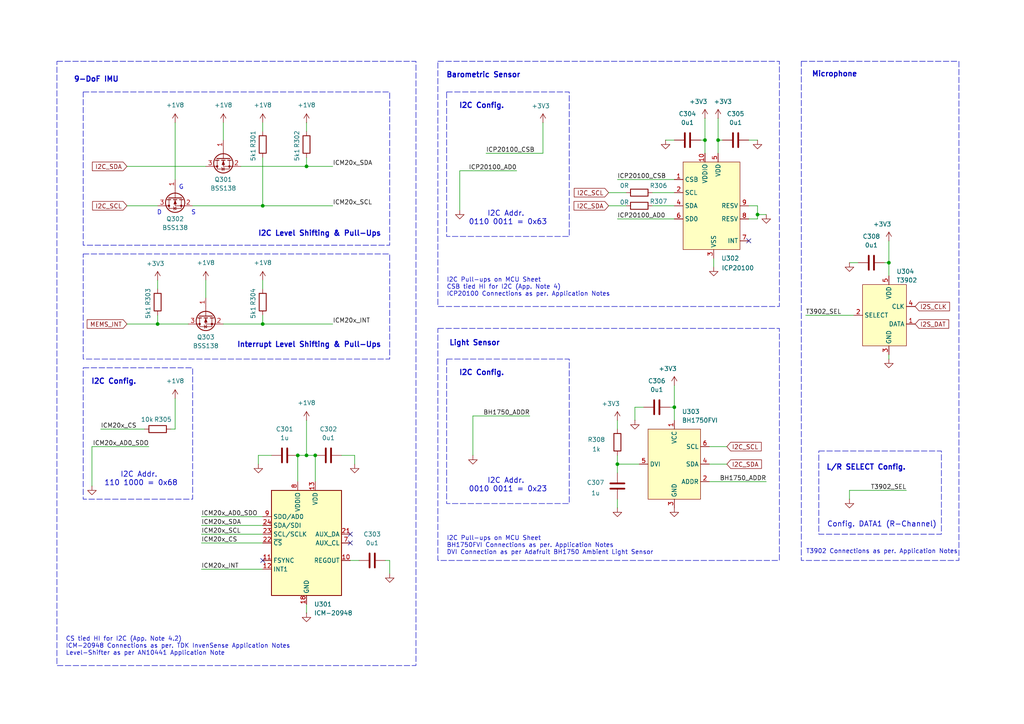
<source format=kicad_sch>
(kicad_sch (version 20231120) (generator "eeschema") (generator_version "8.0")
  (paper "A4")
  (title_block (title "POCKETMUSEUM EDU V0") (date "2025-08-18") (rev "2") (company "Bucharest Applied STEAM Museum") (comment 1 "Added MIC & LIGHT Sensor"))
  (lib_symbols
    (symbol "BH1750:BH1750FVI"
      (property "Reference" "U" (at -6.35 0 0))
      (symbol "BH1750FVI_1_1"
        (rectangle (start -13.97 10.16) (end 1.27 -10.16) (fill (type background)))
        (pin power_in line (at -6.35 12.7 270) (length 2.54) (name "VCC") (number "1"))
        (pin bidirectional line (at 3.81 -5.08 180) (length 2.54) (name "ADDR") (number "2"))
        (pin power_in line (at -6.35 -12.7 90) (length 2.54) (name "GND") (number "3"))
        (pin bidirectional line (at 3.81 0 180) (length 2.54) (name "SDA") (number "4"))
        (pin bidirectional line (at -16.51 0 0) (length 2.54) (name "DVI") (number "5"))
        (pin bidirectional line (at 3.81 5.08 180) (length 2.54) (name "SCL") (number "6"))
      )
    )
    (symbol "BH1750:T3902"
      (property "Reference" "U" (at -3.556 4.064 0))
      (symbol "T3902_1_1"
        (rectangle (start -6.35 8.89) (end 6.35 -8.89) (fill (type background)))
        (pin bidirectional line (at 8.89 -2.54 180) (length 2.54) (name "DATA") (number "1"))
        (pin bidirectional line (at -8.89 0 0) (length 2.54) (name "SELECT") (number "2"))
        (pin power_in line (at 1.27 -11.43 90) (length 2.54) (name "GND") (number "3"))
        (pin bidirectional line (at 8.89 2.54 180) (length 2.54) (name "CLK") (number "4"))
        (pin power_in line (at 1.27 11.43 270) (length 2.54) (name "VDD") (number "5"))
      )
    )
    (symbol "Device:C" (pin_numbers hide) (pin_names (offset 0.254))
      (property "Reference" "C" (at 0.635 2.54 0))
      (property "Value" "C" (at 0.635 -2.54 0))
      (symbol "C_0_1"
        (polyline (pts (xy -2.032 -0.762) (xy 2.032 -0.762)) (stroke (width 0.508)))
        (polyline (pts (xy -2.032 0.762) (xy 2.032 0.762)) (stroke (width 0.508)))
      )
      (symbol "C_1_1"
        (pin passive line (at 0 3.81 270) (length 2.794) (name "~") (number "1"))
        (pin passive line (at 0 -3.81 90) (length 2.794) (name "~") (number "2"))
      )
    )
    (symbol "Device:R" (pin_numbers hide) (pin_names (offset 0))
      (property "Reference" "R" (at 2.032 0 90))
      (property "Value" "R" (at 0 0 90))
      (symbol "R_0_1"
        (rectangle (start -1.016 -2.54) (end 1.016 2.54) (stroke (width 0.254)))
      )
      (symbol "R_1_1"
        (pin passive line (at 0 3.81 270) (length 1.27) (name "~") (number "1"))
        (pin passive line (at 0 -3.81 90) (length 1.27) (name "~") (number "2"))
      )
    )
    (symbol "Sensor_Motion:ICM-20948"
      (property "Reference" "U" (at -11.43 16.51 0))
      (property "Value" "ICM-20948" (at 7.62 -16.51 0))
      (symbol "ICM-20948_0_1"
        (rectangle (start -10.16 15.24) (end 10.16 -15.24) (stroke (width 0.254)) (fill (type background)))
      )
      (symbol "ICM-20948_1_1"
        (pin no_connect line (at -10.16 12.7 0) (length 2.54) hide (name "NC") (number "1"))
        (pin passive line (at 12.7 -5.08 180) (length 2.54) (name "REGOUT") (number "10"))
        (pin input line (at -12.7 -5.08 0) (length 2.54) (name "FSYNC") (number "11"))
        (pin output line (at -12.7 -7.62 0) (length 2.54) (name "INT1") (number "12"))
        (pin power_in line (at 2.54 17.78 270) (length 2.54) (name "VDD") (number "13"))
        (pin no_connect line (at 10.16 7.62 180) (length 2.54) hide (name "NC") (number "14"))
        (pin no_connect line (at 10.16 5.08 180) (length 2.54) hide (name "NC") (number "15"))
        (pin no_connect line (at 10.16 -7.62 180) (length 2.54) hide (name "NC") (number "16"))
        (pin no_connect line (at 10.16 -10.16 180) (length 2.54) hide (name "NC") (number "17"))
        (pin power_in line (at 0 -17.78 90) (length 2.54) (name "GND") (number "18"))
        (pin no_connect line (at 10.16 -12.7 180) (length 2.54) hide (name "RESV") (number "19"))
        (pin no_connect line (at -10.16 10.16 0) (length 2.54) hide (name "NC") (number "2"))
        (pin passive line (at 0 -17.78 90) (length 2.54) hide (name "GND") (number "20"))
        (pin bidirectional line (at 12.7 2.54 180) (length 2.54) (name "AUX_DA") (number "21"))
        (pin input line (at -12.7 0 0) (length 2.54) (name "~{CS}") (number "22"))
        (pin input line (at -12.7 2.54 0) (length 2.54) (name "SCL/SCLK") (number "23"))
        (pin bidirectional line (at -12.7 5.08 0) (length 2.54) (name "SDA/SDI") (number "24"))
        (pin no_connect line (at -10.16 -2.54 0) (length 2.54) hide (name "NC") (number "3"))
        (pin no_connect line (at -10.16 -10.16 0) (length 2.54) hide (name "NC") (number "4"))
        (pin no_connect line (at -10.16 -12.7 0) (length 2.54) hide (name "NC") (number "5"))
        (pin no_connect line (at 10.16 10.16 180) (length 2.54) hide (name "NC") (number "6"))
        (pin output line (at 12.7 0 180) (length 2.54) (name "AUX_CL") (number "7"))
        (pin power_in line (at -2.54 17.78 270) (length 2.54) (name "VDDIO") (number "8"))
        (pin bidirectional line (at -12.7 7.62 0) (length 2.54) (name "SDO/AD0") (number "9"))
      )
    )
    (symbol "TDK:ICP-20100"
      (property "Reference" "U" (at 0 0 0))
      (symbol "ICP-20100_1_1"
        (rectangle (start -20.32 -2.54) (end -3.81 -27.94) (fill (type background)))
        (pin bidirectional line (at -22.86 -7.62 0) (length 2.54) (name "CSB") (number "1"))
        (pin power_in line (at -13.97 0 270) (length 2.54) (name "VDDIO") (number "10"))
        (pin bidirectional line (at -22.86 -11.43 0) (length 2.54) (name "SCL") (number "2"))
        (pin power_in line (at -11.43 -30.48 90) (length 2.54) (name "VSS") (number "3"))
        (pin bidirectional line (at -22.86 -15.24 0) (length 2.54) (name "SDA") (number "4"))
        (pin power_in line (at -10.16 0 270) (length 2.54) (name "VDD") (number "5"))
        (pin bidirectional line (at -22.86 -19.05 0) (length 2.54) (name "SD0") (number "6"))
        (pin output line (at -1.27 -25.4 180) (length 2.54) (name "INT") (number "7"))
        (pin power_in line (at -1.27 -19.05 180) (length 2.54) (name "RESV") (number "8"))
        (pin power_in line (at -1.27 -15.24 180) (length 2.54) (name "RESV") (number "9"))
      )
    )
    (symbol "Transistor_FET:BSS138" (pin_names hide)
      (property "Reference" "Q" (at 5.08 1.905 0))
      (property "Value" "BSS138" (at 5.08 0 0))
      (symbol "BSS138_0_1"
        (polyline (pts (xy 0.254 0) (xy -2.54 0)))
        (polyline (pts (xy 0.254 1.905) (xy 0.254 -1.905)) (stroke (width 0.254)))
        (polyline (pts (xy 0.762 -1.27) (xy 0.762 -2.286)) (stroke (width 0.254)))
        (polyline (pts (xy 0.762 0.508) (xy 0.762 -0.508)) (stroke (width 0.254)))
        (polyline (pts (xy 0.762 2.286) (xy 0.762 1.27)) (stroke (width 0.254)))
        (polyline (pts (xy 2.54 2.54) (xy 2.54 1.778)))
        (polyline (pts (xy 2.54 -2.54) (xy 2.54 0) (xy 0.762 0)))
        (polyline (pts (xy 0.762 -1.778) (xy 3.302 -1.778) (xy 3.302 1.778) (xy 0.762 1.778)))
        (polyline (pts (xy 1.016 0) (xy 2.032 0.381) (xy 2.032 -0.381) (xy 1.016 0)) (fill (type outline)))
        (polyline (pts (xy 2.794 0.508) (xy 2.921 0.381) (xy 3.683 0.381) (xy 3.81 0.254)))
        (polyline (pts (xy 3.302 0.381) (xy 2.921 -0.254) (xy 3.683 -0.254) (xy 3.302 0.381)))
        (circle (center 1.651 0) (radius 2.794) (stroke (width 0.254)))
        (circle (center 2.54 -1.778) (radius 0.254) (fill (type outline)))
        (circle (center 2.54 1.778) (radius 0.254) (fill (type outline)))
      )
      (symbol "BSS138_1_1"
        (pin input line (at -5.08 0 0) (length 2.54) (name "G") (number "1"))
        (pin passive line (at 2.54 -5.08 90) (length 2.54) (name "S") (number "2"))
        (pin passive line (at 2.54 5.08 270) (length 2.54) (name "D") (number "3"))
      )
    )
    (symbol "power:+3.3V" (power) (pin_numbers hide) (pin_names (offset 0) hide)
      (property "Value" "+3.3V" (at 0 3.556 0))
      (symbol "+3.3V_0_1"
        (polyline (pts (xy -0.762 1.27) (xy 0 2.54)))
        (polyline (pts (xy 0 0) (xy 0 2.54)))
        (polyline (pts (xy 0 2.54) (xy 0.762 1.27)))
      )
      (symbol "+3.3V_1_1"
        (pin power_in line (at 0 0 90) (length 0) (name "~") (number "1"))
      )
    )
    (symbol "power:+5V" (power) (pin_numbers hide) (pin_names (offset 0) hide)
      (property "Value" "+5V" (at 0 3.556 0))
      (symbol "+5V_0_1"
        (polyline (pts (xy -0.762 1.27) (xy 0 2.54)))
        (polyline (pts (xy 0 0) (xy 0 2.54)))
        (polyline (pts (xy 0 2.54) (xy 0.762 1.27)))
      )
      (symbol "+5V_1_1"
        (pin power_in line (at 0 0 90) (length 0) (name "~") (number "1"))
      )
    )
    (symbol "power:GND" (power) (pin_numbers hide) (pin_names (offset 0) hide)
      (property "Value" "GND" (at 0 -3.81 0))
      (symbol "GND_0_1"
        (polyline (pts (xy 0 0) (xy 0 -1.27) (xy 1.27 -1.27) (xy 0 -2.54) (xy -1.27 -1.27) (xy 0 -1.27)))
      )
      (symbol "GND_1_1"
        (pin power_in line (at 0 0 270) (length 0) (name "~") (number "1"))
      )
    )
  )
  (junction (at 91.44 132.08))
  (junction (at 86.36 132.08))
  (junction (at 76.2 59.69))
  (junction (at 208.28 40.64))
  (junction (at 88.9 132.08))
  (junction (at 219.71 62.23))
  (junction (at 257.81 76.2))
  (junction (at 76.2 93.98))
  (junction (at 179.07 134.62))
  (junction (at 88.9 48.26))
  (junction (at 195.58 118.11))
  (junction (at 45.72 93.98))
  (junction (at 204.47 40.64))
  (no_connect (at 101.6 157.48))
  (no_connect (at 76.2 162.56))
  (no_connect (at 217.17 69.85))
  (no_connect (at 101.6 154.94))
  (wire (pts (xy 88.9 35.56) (xy 88.9 38.1)))
  (wire (pts (xy 50.8 35.56) (xy 50.8 52.07)))
  (wire (pts (xy 205.74 139.7) (xy 222.25 139.7)))
  (wire (pts (xy 189.23 59.69) (xy 195.58 59.69)))
  (wire (pts (xy 194.31 118.11) (xy 195.58 118.11)))
  (wire (pts (xy 58.42 154.94) (xy 76.2 154.94)))
  (wire (pts (xy 204.47 34.29) (xy 204.47 40.64)))
  (wire (pts (xy 137.16 120.65) (xy 137.16 132.08)))
  (wire (pts (xy 217.17 63.5) (xy 219.71 63.5)))
  (wire (pts (xy 208.28 40.64) (xy 209.55 40.64)))
  (wire (pts (xy 193.04 40.64) (xy 195.58 40.64)))
  (wire (pts (xy 76.2 81.28) (xy 76.2 83.82)))
  (wire (pts (xy 205.74 134.62) (xy 210.82 134.62)))
  (wire (pts (xy 189.23 55.88) (xy 195.58 55.88)))
  (wire (pts (xy 208.28 34.29) (xy 208.28 40.64)))
  (wire (pts (xy 88.9 45.72) (xy 88.9 48.26)))
  (wire (pts (xy 137.16 120.65) (xy 153.67 120.65)))
  (wire (pts (xy 91.44 132.08) (xy 91.44 139.7)))
  (wire (pts (xy 179.07 52.07) (xy 195.58 52.07)))
  (wire (pts (xy 45.72 91.44) (xy 45.72 93.98)))
  (wire (pts (xy 88.9 132.08) (xy 91.44 132.08)))
  (wire (pts (xy 74.93 134.62) (xy 74.93 132.08)))
  (wire (pts (xy 88.9 48.26) (xy 96.52 48.26)))
  (wire (pts (xy 59.69 81.28) (xy 59.69 86.36)))
  (wire (pts (xy 179.07 121.92) (xy 179.07 124.46)))
  (wire (pts (xy 184.15 118.11) (xy 186.69 118.11)))
  (wire (pts (xy 246.38 76.2) (xy 248.92 76.2)))
  (wire (pts (xy 76.2 59.69) (xy 96.52 59.69)))
  (wire (pts (xy 88.9 175.26) (xy 88.9 177.8)))
  (wire (pts (xy 55.88 59.69) (xy 76.2 59.69)))
  (wire (pts (xy 195.58 111.76) (xy 195.58 118.11)))
  (wire (pts (xy 257.81 69.85) (xy 257.81 76.2)))
  (wire (pts (xy 64.77 93.98) (xy 76.2 93.98)))
  (wire (pts (xy 184.15 118.11) (xy 184.15 121.92)))
  (wire (pts (xy 203.2 40.64) (xy 204.47 40.64)))
  (wire (pts (xy 76.2 91.44) (xy 76.2 93.98)))
  (wire (pts (xy 219.71 62.23) (xy 222.25 62.23)))
  (wire (pts (xy 64.77 35.56) (xy 64.77 40.64)))
  (wire (pts (xy 102.87 132.08) (xy 99.06 132.08)))
  (wire (pts (xy 36.83 48.26) (xy 59.69 48.26)))
  (wire (pts (xy 58.42 157.48) (xy 76.2 157.48)))
  (wire (pts (xy 101.6 162.56) (xy 104.14 162.56)))
  (wire (pts (xy 76.2 93.98) (xy 96.52 93.98)))
  (wire (pts (xy 69.85 48.26) (xy 88.9 48.26)))
  (wire (pts (xy 45.72 81.28) (xy 45.72 83.82)))
  (wire (pts (xy 45.72 93.98) (xy 54.61 93.98)))
  (wire (pts (xy 179.07 134.62) (xy 185.42 134.62)))
  (wire (pts (xy 113.03 162.56) (xy 111.76 162.56)))
  (wire (pts (xy 207.01 77.47) (xy 207.01 74.93)))
  (wire (pts (xy 205.74 129.54) (xy 210.82 129.54)))
  (wire (pts (xy 176.53 59.69) (xy 181.61 59.69)))
  (wire (pts (xy 179.07 144.78) (xy 179.07 147.32)))
  (wire (pts (xy 102.87 134.62) (xy 102.87 132.08)))
  (wire (pts (xy 195.58 118.11) (xy 195.58 121.92)))
  (wire (pts (xy 36.83 93.98) (xy 45.72 93.98)))
  (wire (pts (xy 49.53 124.46) (xy 50.8 124.46)))
  (wire (pts (xy 217.17 40.64) (xy 219.71 40.64)))
  (wire (pts (xy 88.9 121.92) (xy 88.9 132.08)))
  (wire (pts (xy 233.68 91.44) (xy 247.65 91.44)))
  (wire (pts (xy 257.81 76.2) (xy 257.81 80.01)))
  (wire (pts (xy 219.71 63.5) (xy 219.71 62.23)))
  (wire (pts (xy 208.28 40.64) (xy 208.28 44.45)))
  (wire (pts (xy 76.2 35.56) (xy 76.2 38.1)))
  (wire (pts (xy 176.53 55.88) (xy 181.61 55.88)))
  (wire (pts (xy 246.38 142.24) (xy 246.38 144.78)))
  (wire (pts (xy 76.2 152.4) (xy 58.42 152.4)))
  (wire (pts (xy 50.8 124.46) (xy 50.8 115.57)))
  (wire (pts (xy 36.83 59.69) (xy 45.72 59.69)))
  (wire (pts (xy 219.71 62.23) (xy 219.71 59.69)))
  (wire (pts (xy 58.42 149.86) (xy 76.2 149.86)))
  (wire (pts (xy 76.2 45.72) (xy 76.2 59.69)))
  (wire (pts (xy 219.71 59.69) (xy 217.17 59.69)))
  (wire (pts (xy 58.42 165.1) (xy 76.2 165.1)))
  (wire (pts (xy 179.07 132.08) (xy 179.07 134.62)))
  (wire (pts (xy 179.07 63.5) (xy 195.58 63.5)))
  (wire (pts (xy 133.35 49.53) (xy 133.35 60.96)))
  (wire (pts (xy 133.35 49.53) (xy 149.86 49.53)))
  (wire (pts (xy 256.54 76.2) (xy 257.81 76.2)))
  (wire (pts (xy 26.67 129.54) (xy 26.67 140.97)))
  (wire (pts (xy 41.91 124.46) (xy 29.21 124.46)))
  (wire (pts (xy 204.47 40.64) (xy 204.47 44.45)))
  (wire (pts (xy 157.48 44.45) (xy 140.97 44.45)))
  (wire (pts (xy 246.38 142.24) (xy 262.89 142.24)))
  (wire (pts (xy 26.67 129.54) (xy 43.18 129.54)))
  (wire (pts (xy 113.03 166.37) (xy 113.03 162.56)))
  (wire (pts (xy 157.48 44.45) (xy 157.48 35.56)))
  (wire (pts (xy 88.9 132.08) (xy 86.36 132.08)))
  (wire (pts (xy 179.07 134.62) (xy 179.07 137.16)))
  (wire (pts (xy 86.36 132.08) (xy 86.36 139.7)))
  (wire (pts (xy 257.81 102.87) (xy 257.81 104.14)))
  (wire (pts (xy 74.93 132.08) (xy 78.74 132.08)))
  (rectangle (start 232.41 17.78) (end 278.13 162.56) (stroke (width 0) (type dash)))
  (rectangle (start 16.51 17.78) (end 120.65 193.04) (stroke (width 0) (type dash)))
  (rectangle (start 24.13 73.66) (end 113.03 104.14) (stroke (width 0) (type dash)))
  (rectangle (start 129.54 104.14) (end 165.1 146.05) (stroke (width 0) (type dash)))
  (rectangle (start 127 95.25) (end 226.06 162.56) (stroke (width 0) (type dash)))
  (rectangle (start 129.54 26.67) (end 165.1 68.58) (stroke (width 0) (type dash)))
  (rectangle (start 237.49 130.81) (end 273.05 154.94) (stroke (width 0) (type dash)))
  (rectangle (start 24.13 26.67) (end 113.03 71.12) (stroke (width 0) (type dash)))
  (rectangle (start 127 17.78) (end 226.06 88.9) (stroke (width 0) (type dash)))
  (rectangle (start 24.13 106.68) (end 55.88 144.78) (stroke (width 0) (type dash)))
  (text "I2C Pull-ups on MCU Sheet\nBH1750FVI Connections as per. Application Notes\nDVI Connection as per Adafruit BH1750 Ambient Light Sensor" (at 129.54 158.242 0) (effects (font (size 1.27 1.27)) (justify left)))
  (text "I2C Pull-ups on MCU Sheet\nCSB tied HI for I2C (App. Note 4)\nICP20100 Connections as per. Application Notes" (at 129.54 83.312 0) (effects (font (size 1.27 1.27)) (justify left)))
  (text "T3902 Connections as per. Application Notes" (at 255.778 160.02 0) (effects (font (size 1.27 1.27))))
  (text "I2C Config." (at 139.7 30.734 0) (effects (font (size 1.524 1.524) (thickness 0.3048) (bold yes))))
  (text "G" (at 52.578 54.356 0) (effects (font (size 1.27 1.27))))
  (text "Microphone" (at 242.062 21.59 0) (effects (font (size 1.524 1.524) (thickness 0.3048) (bold yes))))
  (text "I2C Addr. \n0110 0011 = 0x63" (at 147.32 63.246 0) (effects (font (size 1.524 1.524) (thickness 0.1905))))
  (text "I2C Addr. \n110 1000 = 0x68" (at 40.894 138.938 0) (effects (font (size 1.524 1.524) (thickness 0.1905))))
  (text "I2C Addr. \n0010 0011 = 0x23" (at 147.32 140.716 0) (effects (font (size 1.524 1.524) (thickness 0.1905))))
  (text "9-DoF IMU" (at 27.94 23.114 0) (effects (font (size 1.524 1.524) (thickness 0.3048) (bold yes))))
  (text "Config. DATA1 (R-Channel)" (at 255.778 152.146 0) (effects (font (size 1.524 1.524) (thickness 0.1905))))
  (text "Light Sensor" (at 137.668 99.568 0) (effects (font (size 1.524 1.524) (thickness 0.3048) (bold yes))))
  (text "CS tied HI for I2C (App. Note 4.2)\nICM-20948 Connections as per. TDK InvenSense Application Notes \nLevel-Shifter as per AN10441 Application Note" (at 19.05 187.452 0) (effects (font (size 1.27 1.27)) (justify left)))
  (text "I2C Level Shifting & Pull-Ups" (at 92.71 67.818 0) (effects (font (size 1.524 1.524) (thickness 0.3048) (bold yes))))
  (text "Barometric Sensor" (at 140.208 21.844 0) (effects (font (size 1.524 1.524) (thickness 0.3048) (bold yes))))
  (text "L/R SELECT Config." (at 251.206 135.636 0) (effects (font (size 1.524 1.524) (thickness 0.3048) (bold yes))))
  (text "I2C Config." (at 139.7 108.204 0) (effects (font (size 1.524 1.524) (thickness 0.3048) (bold yes))))
  (text "D" (at 46.228 61.722 0) (effects (font (size 1.27 1.27))))
  (text "I2C Config." (at 33.02 110.744 0) (effects (font (size 1.524 1.524) (thickness 0.3048) (bold yes))))
  (text "S" (at 56.134 61.722 0) (effects (font (size 1.27 1.27))))
  (text "Interrupt Level Shifting & Pull-Ups" (at 89.662 100.076 0) (effects (font (size 1.524 1.524) (thickness 0.3048) (bold yes))))
  (label "ICM20x_AD0_SDO" (at 58.42 149.86 0))
  (label "ICM20x_INT" (at 58.42 165.1 0))
  (label "ICM20x_AD0_SDO" (at 43.18 129.54 180))
  (label "T3902_SEL" (at 262.89 142.24 180))
  (label "T3902_SEL" (at 233.68 91.44 0))
  (label "BH1750_ADDR" (at 222.25 139.7 180))
  (label "BH1750_ADDR" (at 153.67 120.65 180))
  (label "ICM20x_SCL" (at 58.42 154.94 0))
  (label "ICP20100_AD0" (at 179.07 63.5 0))
  (label "ICM20x_SDA" (at 96.52 48.26 0))
  (label "ICP20100_CSB" (at 179.07 52.07 0))
  (label "ICM20x_CS" (at 29.21 124.46 0))
  (label "ICP20100_AD0" (at 149.86 49.53 180))
  (label "ICM20x_CS" (at 58.42 157.48 0))
  (label "ICP20100_CSB" (at 140.97 44.45 0))
  (label "ICM20x_INT" (at 96.52 93.98 0))
  (label "ICM20x_SDA" (at 58.42 152.4 0))
  (label "ICM20x_SCL" (at 96.52 59.69 0))
  (global_label "I2C_SCL" (shape input) (at 210.82 129.54 0) (property "Intersheetrefs" "${INTERSHEET_REFS}" (effects (hide yes))))
  (global_label "I2C_SDA" (shape input) (at 36.83 48.26 180) (property "Intersheetrefs" "${INTERSHEET_REFS}" (effects (hide yes))))
  (global_label "I2C_SCL" (shape input) (at 176.53 55.88 180) (property "Intersheetrefs" "${INTERSHEET_REFS}" (effects (hide yes))))
  (global_label "I2S_CLK" (shape input) (at 265.43 88.9 0) (property "Intersheetrefs" "${INTERSHEET_REFS}" (effects (hide yes))))
  (global_label "MEMS_INT" (shape input) (at 36.83 93.98 180) (property "Intersheetrefs" "${INTERSHEET_REFS}" (effects (hide yes))))
  (global_label "I2C_SCL" (shape input) (at 36.83 59.69 180) (property "Intersheetrefs" "${INTERSHEET_REFS}" (effects (hide yes))))
  (global_label "I2C_SDA" (shape input) (at 176.53 59.69 180) (property "Intersheetrefs" "${INTERSHEET_REFS}" (effects (hide yes))))
  (global_label "I2S_DAT" (shape input) (at 265.43 93.98 0) (property "Intersheetrefs" "${INTERSHEET_REFS}" (effects (hide yes))))
  (global_label "I2C_SDA" (shape input) (at 210.82 134.62 0) (property "Intersheetrefs" "${INTERSHEET_REFS}" (effects (hide yes))))
  (symbol (lib_id "Transistor_FET:BSS138") (at 59.69 91.44 90) (mirror x) (unit 1)
    (property "Reference" "Q303" (at 59.69 97.79 90))
    (property "Value" "BSS138" (at 59.69 100.33 90))
    (property "Footprint" "Package_TO_SOT_SMD:SOT-23" (effects (hide yes)))
    (property "Datasheet" "https://www.onsemi.com/pub/Collateral/BSS138-D.PDF" (effects (hide yes)))
    (property "Description" "50V Vds, 0.22A Id, N-Channel MOSFET, SOT-23" (effects (hide yes)))
  )
  (symbol (lib_id "power:+3.3V") (at 76.2 81.28 0) (unit 1)
    (property "Reference" "#PWR040" (effects (hide yes)))
    (property "Value" "+1V8" (at 76.2 76.2 0))
    (property "Description" "Power symbol creates a global label with name \"+3.3V\"" (effects (hide yes)))
  )
  (symbol (lib_id "Device:R") (at 76.2 87.63 0) (unit 1)
    (property "Reference" "R304" (at 73.406 86.106 90))
    (property "Value" "5k1" (at 73.406 90.678 90))
    (property "Footprint" "Resistor_SMD:R_0402_1005Metric" (effects (hide yes)))
    (property "Description" "Resistor" (effects (hide yes)))
    (property "JLCPCB Link" "https://jlcpcb.com/partdetail/16080-0603WAJ0000T5E/C15402" (effects (hide yes)))
    (property "Manufacturer" "UNI-ROYAL(Uniroyal Elec) " (effects (hide yes)))
    (property "Manufacturer P/N" "0603WAJ0000T5E" (effects (hide yes)))
  )
  (symbol (lib_id "power:GND") (at 246.38 144.78 0) (mirror y) (unit 1)
    (property "Reference" "#PWR091" (effects (hide yes)))
    (property "Value" "GND" (effects (hide yes)))
    (property "Description" "Power symbol creates a global label with name \"GND\" , ground" (effects (hide yes)))
  )
  (symbol (lib_id "TDK:ICP-20100") (at 218.44 44.45 0) (unit 1)
    (property "Reference" "U302" (at 209.2041 74.93 0) (effects (justify left)))
    (property "Value" "ICP20100" (at 209.296 77.724 0) (effects (justify left)))
    (property "Footprint" "Package_LGA:ST_HLGA-10_2x2mm_P0.5mm_LayoutBorder3x2y" (effects (hide yes)))
    (property "Datasheet" "https://invensense.tdk.com/download-pdf/icp-20100-datasheet/" (effects (hide yes)))
    (property "JLCPCB Link" "https://jlcpcb.com/partdetail/TdkInvensense-ICP20100/C5343527" (effects (hide yes)))
    (property "Manufacturer" "TDK InvenSense " (effects (hide yes)))
    (property "Manufacturer P/N" "ICP-20100" (effects (hide yes)))
  )
  (symbol (lib_id "power:GND") (at 74.93 134.62 0) (mirror y) (unit 1)
    (property "Reference" "#PWR044" (effects (hide yes)))
    (property "Value" "GND" (effects (hide yes)))
    (property "Description" "Power symbol creates a global label with name \"GND\" , ground" (effects (hide yes)))
  )
  (symbol (lib_id "Device:C") (at 199.39 40.64 270) (unit 1)
    (property "Reference" "C304" (at 199.39 33.02 90))
    (property "Value" "0u1" (at 199.39 35.56 90))
    (property "Footprint" "Capacitor_SMD:C_0402_1005Metric" (effects (hide yes)))
    (property "Description" "Unpolarized capacitor" (effects (hide yes)))
    (property "JLCPCB Link" "https://jlcpcb.com/partdetail/1877-CL05B104KO5NNNC/C1525" (effects (hide yes)))
    (property "Manufacturer" "Samsung Electro-Mechanics " (effects (hide yes)))
    (property "Manufacturer P/N" "CL05B104KO5NNNC" (effects (hide yes)))
  )
  (symbol (lib_id "BH1750:BH1750FVI") (at 201.93 134.62 0) (unit 1)
    (property "Reference" "U303" (at 197.7741 119.38 0) (effects (justify left)))
    (property "Value" "BH1750FVI" (at 197.7741 121.92 0) (effects (justify left)))
    (property "Footprint" "WSOF:XDCR_BH1750FVI-TR" (effects (hide yes)))
    (property "Datasheet" "https://jlcpcb.com/api/file/downloadByFileSystemAccessId/8588881948718870528" (effects (hide yes)))
    (property "Description" "Optical Sensor I2C" (effects (hide yes)))
  )
  (symbol (lib_id "power:GND") (at 219.71 40.64 0) (unit 1)
    (property "Reference" "#PWR067" (effects (hide yes)))
    (property "Value" "GND" (effects (hide yes)))
    (property "Description" "Power symbol creates a global label with name \"GND\" , ground" (effects (hide yes)))
  )
  (symbol (lib_id "power:GND") (at 195.58 147.32 0) (unit 1)
    (property "Reference" "#PWR085" (effects (hide yes)))
    (property "Value" "GND" (effects (hide yes)))
    (property "Description" "Power symbol creates a global label with name \"GND\" , ground" (effects (hide yes)))
  )
  (symbol (lib_id "Device:R") (at 45.72 124.46 270) (unit 1)
    (property "Reference" "R305" (at 47.244 121.666 90))
    (property "Value" "10k" (at 42.672 121.666 90))
    (property "Footprint" "Resistor_SMD:R_0402_1005Metric" (effects (hide yes)))
    (property "Description" "Resistor" (effects (hide yes)))
    (property "JLCPCB Link" "https://jlcpcb.com/partdetail/16080-0603WAJ0000T5E/C15402" (effects (hide yes)))
    (property "Manufacturer" "UNI-ROYAL(Uniroyal Elec) " (effects (hide yes)))
    (property "Manufacturer P/N" "0603WAJ0000T5E" (effects (hide yes)))
  )
  (symbol (lib_id "power:+3.3V") (at 59.69 81.28 0) (unit 1)
    (property "Reference" "#PWR039" (effects (hide yes)))
    (property "Value" "+1V8" (at 59.69 76.2 0))
    (property "Description" "Power symbol creates a global label with name \"+3.3V\"" (effects (hide yes)))
  )
  (symbol (lib_id "Device:R") (at 76.2 41.91 0) (unit 1)
    (property "Reference" "R301" (at 73.406 40.386 90))
    (property "Value" "5k1" (at 73.406 44.958 90))
    (property "Footprint" "Resistor_SMD:R_0402_1005Metric" (effects (hide yes)))
    (property "Description" "Resistor" (effects (hide yes)))
    (property "JLCPCB Link" "https://jlcpcb.com/partdetail/16080-0603WAJ0000T5E/C15402" (effects (hide yes)))
    (property "Manufacturer" "UNI-ROYAL(Uniroyal Elec) " (effects (hide yes)))
    (property "Manufacturer P/N" "0603WAJ0000T5E" (effects (hide yes)))
  )
  (symbol (lib_id "power:GND") (at 222.25 62.23 0) (unit 1)
    (property "Reference" "#PWR068" (effects (hide yes)))
    (property "Value" "GND" (effects (hide yes)))
    (property "Description" "Power symbol creates a global label with name \"GND\" , ground" (effects (hide yes)))
  )
  (symbol (lib_id "power:GND") (at 26.67 140.97 0) (mirror y) (unit 1)
    (property "Reference" "#PWR01" (effects (hide yes)))
    (property "Value" "GND" (effects (hide yes)))
    (property "Description" "Power symbol creates a global label with name \"GND\" , ground" (effects (hide yes)))
  )
  (symbol (lib_id "power:GND") (at 179.07 147.32 0) (unit 1)
    (property "Reference" "#PWR076" (effects (hide yes)))
    (property "Value" "GND" (effects (hide yes)))
    (property "Description" "Power symbol creates a global label with name \"GND\" , ground" (effects (hide yes)))
  )
  (symbol (lib_id "Device:R") (at 185.42 59.69 270) (unit 1)
    (property "Reference" "R307" (at 191.008 58.42 90))
    (property "Value" "0R" (at 181.102 58.674 90))
    (property "Footprint" "Resistor_SMD:R_0603_1608Metric" (effects (hide yes)))
    (property "Description" "Resistor" (effects (hide yes)))
    (property "JLCPCB Link" "https://jlcpcb.com/partdetail/16080-0603WAJ0000T5E/C15402" (effects (hide yes)))
    (property "Manufacturer" "UNI-ROYAL(Uniroyal Elec) " (effects (hide yes)))
    (property "Manufacturer P/N" "0603WAJ0000T5E" (effects (hide yes)))
  )
  (symbol (lib_id "power:GND") (at 184.15 121.92 0) (unit 1)
    (property "Reference" "#PWR079" (effects (hide yes)))
    (property "Value" "GND" (effects (hide yes)))
    (property "Description" "Power symbol creates a global label with name \"GND\" , ground" (effects (hide yes)))
  )
  (symbol (lib_id "Device:C") (at 107.95 162.56 270) (unit 1)
    (property "Reference" "C303" (at 107.95 154.94 90))
    (property "Value" "0u1" (at 107.95 157.48 90))
    (property "Footprint" "Capacitor_SMD:C_0402_1005Metric" (effects (hide yes)))
    (property "Description" "Unpolarized capacitor" (effects (hide yes)))
    (property "JLCPCB Link" "https://jlcpcb.com/partdetail/1877-CL05B104KO5NNNC/C1525" (effects (hide yes)))
    (property "Manufacturer" "Samsung Electro-Mechanics " (effects (hide yes)))
    (property "Manufacturer P/N" "CL05B104KO5NNNC" (effects (hide yes)))
  )
  (symbol (lib_id "power:+5V") (at 157.48 35.56 0) (unit 1)
    (property "Reference" "#PWR047" (effects (hide yes)))
    (property "Value" "+3V3" (at 154.178 30.734 0) (effects (justify left)))
    (property "Description" "Power symbol creates a global label with name \"+5V\"" (effects (hide yes)))
  )
  (symbol (lib_id "power:GND") (at 102.87 134.62 0) (mirror y) (unit 1)
    (property "Reference" "#PWR045" (effects (hide yes)))
    (property "Value" "GND" (effects (hide yes)))
    (property "Description" "Power symbol creates a global label with name \"GND\" , ground" (effects (hide yes)))
  )
  (symbol (lib_id "Device:C") (at 179.07 140.97 0) (unit 1)
    (property "Reference" "C307" (at 170.18 139.954 0) (effects (justify left)))
    (property "Value" "1u" (at 171.45 143.002 0) (effects (justify left)))
    (property "Footprint" "Capacitor_SMD:C_0402_1005Metric" (effects (hide yes)))
    (property "Description" "Unpolarized capacitor" (effects (hide yes)))
    (property "JLCPCB Link" "https://jlcpcb.com/partdetail/1877-CL05B104KO5NNNC/C1525" (effects (hide yes)))
    (property "Manufacturer" "Samsung Electro-Mechanics " (effects (hide yes)))
    (property "Manufacturer P/N" "CL05B104KO5NNNC" (effects (hide yes)))
  )
  (symbol (lib_id "power:GND") (at 88.9 177.8 0) (mirror y) (unit 1)
    (property "Reference" "#PWR048" (effects (hide yes)))
    (property "Value" "GND" (effects (hide yes)))
    (property "Description" "Power symbol creates a global label with name \"GND\" , ground" (effects (hide yes)))
  )
  (symbol (lib_id "Device:R") (at 179.07 128.27 0) (unit 1)
    (property "Reference" "R308" (at 172.974 127.508 0))
    (property "Value" "1k" (at 172.974 130.302 0))
    (property "Footprint" "Resistor_SMD:R_0402_1005Metric" (effects (hide yes)))
    (property "Description" "Resistor" (effects (hide yes)))
    (property "JLCPCB Link" "https://jlcpcb.com/partdetail/16080-0603WAJ0000T5E/C15402" (effects (hide yes)))
    (property "Manufacturer" "UNI-ROYAL(Uniroyal Elec) " (effects (hide yes)))
    (property "Manufacturer P/N" "0603WAJ0000T5E" (effects (hide yes)))
  )
  (symbol (lib_id "Device:R") (at 185.42 55.88 270) (unit 1)
    (property "Reference" "R306" (at 191.008 53.848 90))
    (property "Value" "0R" (at 181.102 53.848 90))
    (property "Footprint" "Resistor_SMD:R_0603_1608Metric" (effects (hide yes)))
    (property "Description" "Resistor" (effects (hide yes)))
    (property "JLCPCB Link" "https://jlcpcb.com/partdetail/16080-0603WAJ0000T5E/C15402" (effects (hide yes)))
    (property "Manufacturer" "UNI-ROYAL(Uniroyal Elec) " (effects (hide yes)))
    (property "Manufacturer P/N" "0603WAJ0000T5E" (effects (hide yes)))
  )
  (symbol (lib_id "power:GND") (at 137.16 132.08 0) (mirror y) (unit 1)
    (property "Reference" "#PWR043" (effects (hide yes)))
    (property "Value" "GND" (effects (hide yes)))
    (property "Description" "Power symbol creates a global label with name \"GND\" , ground" (effects (hide yes)))
  )
  (symbol (lib_id "power:+5V") (at 208.28 34.29 0) (unit 1)
    (property "Reference" "#PWR054" (effects (hide yes)))
    (property "Value" "+3V3" (at 207.01 29.464 0) (effects (justify left)))
    (property "Description" "Power symbol creates a global label with name \"+5V\"" (effects (hide yes)))
  )
  (symbol (lib_id "power:GND") (at 113.03 166.37 0) (mirror y) (unit 1)
    (property "Reference" "#PWR046" (effects (hide yes)))
    (property "Value" "GND" (effects (hide yes)))
    (property "Description" "Power symbol creates a global label with name \"GND\" , ground" (effects (hide yes)))
  )
  (symbol (lib_id "power:+5V") (at 179.07 121.92 0) (unit 1)
    (property "Reference" "#PWR088" (effects (hide yes)))
    (property "Value" "+3V3" (at 174.498 117.094 0) (effects (justify left)))
    (property "Description" "Power symbol creates a global label with name \"+5V\"" (effects (hide yes)))
  )
  (symbol (lib_id "power:GND") (at 193.04 40.64 0) (unit 1)
    (property "Reference" "#PWR061" (effects (hide yes)))
    (property "Value" "GND" (effects (hide yes)))
    (property "Description" "Power symbol creates a global label with name \"GND\" , ground" (effects (hide yes)))
  )
  (symbol (lib_id "power:+5V") (at 45.72 81.28 0) (unit 1)
    (property "Reference" "#PWR029" (effects (hide yes)))
    (property "Value" "+3V3" (at 42.418 76.454 0) (effects (justify left)))
    (property "Description" "Power symbol creates a global label with name \"+5V\"" (effects (hide yes)))
  )
  (symbol (lib_id "BH1750:T3902") (at 256.54 91.44 0) (unit 1)
    (property "Reference" "U304" (at 260.0041 78.74 0) (effects (justify left)))
    (property "Value" "T3902" (at 260.0041 81.28 0) (effects (justify left)))
    (property "Footprint" "MMICT:MMIC" (effects (hide yes)))
    (property "Datasheet" "https://jlcpcb.com/api/file/downloadByFileSystemAccessId/8600448682604961792" (effects (hide yes)))
    (property "Description" "MEMS MIC I2S Interface" (effects (hide yes)))
  )
  (symbol (lib_id "Device:C") (at 82.55 132.08 270) (unit 1)
    (property "Reference" "C301" (at 82.55 124.46 90))
    (property "Value" "1u" (at 82.55 127 90))
    (property "Footprint" "Capacitor_SMD:C_0402_1005Metric" (effects (hide yes)))
    (property "Description" "Unpolarized capacitor" (effects (hide yes)))
    (property "JLCPCB Link" "https://jlcpcb.com/partdetail/1877-CL05B104KO5NNNC/C1525" (effects (hide yes)))
    (property "Manufacturer" "Samsung Electro-Mechanics " (effects (hide yes)))
    (property "Manufacturer P/N" "CL05B104KO5NNNC" (effects (hide yes)))
  )
  (symbol (lib_id "power:GND") (at 207.01 77.47 0) (unit 1)
    (property "Reference" "#PWR065" (effects (hide yes)))
    (property "Value" "GND" (effects (hide yes)))
    (property "Description" "Power symbol creates a global label with name \"GND\" , ground" (effects (hide yes)))
  )
  (symbol (lib_id "Device:C") (at 95.25 132.08 270) (unit 1)
    (property "Reference" "C302" (at 95.25 124.46 90))
    (property "Value" "0u1" (at 95.25 127 90))
    (property "Footprint" "Capacitor_SMD:C_0402_1005Metric" (effects (hide yes)))
    (property "Description" "Unpolarized capacitor" (effects (hide yes)))
    (property "JLCPCB Link" "https://jlcpcb.com/partdetail/1877-CL05B104KO5NNNC/C1525" (effects (hide yes)))
    (property "Manufacturer" "Samsung Electro-Mechanics " (effects (hide yes)))
    (property "Manufacturer P/N" "CL05B104KO5NNNC" (effects (hide yes)))
  )
  (symbol (lib_id "power:+3.3V") (at 76.2 35.56 0) (unit 1)
    (property "Reference" "#PWR021" (effects (hide yes)))
    (property "Value" "+1V8" (at 76.2 30.48 0))
    (property "Description" "Power symbol creates a global label with name \"+3.3V\"" (effects (hide yes)))
  )
  (symbol (lib_id "power:GND") (at 133.35 60.96 0) (mirror y) (unit 1)
    (property "Reference" "#PWR055" (effects (hide yes)))
    (property "Value" "GND" (effects (hide yes)))
    (property "Description" "Power symbol creates a global label with name \"GND\" , ground" (effects (hide yes)))
  )
  (symbol (lib_id "power:+3.3V") (at 88.9 121.92 0) (unit 1)
    (property "Reference" "#PWR042" (effects (hide yes)))
    (property "Value" "+1V8" (at 88.9 116.84 0))
    (property "Description" "Power symbol creates a global label with name \"+3.3V\"" (effects (hide yes)))
  )
  (symbol (lib_id "power:+3.3V") (at 50.8 35.56 0) (unit 1)
    (property "Reference" "#PWR012" (effects (hide yes)))
    (property "Value" "+1V8" (at 50.8 30.48 0))
    (property "Description" "Power symbol creates a global label with name \"+3.3V\"" (effects (hide yes)))
  )
  (symbol (lib_id "Device:R") (at 45.72 87.63 0) (unit 1)
    (property "Reference" "R303" (at 42.926 86.106 90))
    (property "Value" "5k1" (at 42.926 90.678 90))
    (property "Footprint" "Resistor_SMD:R_0402_1005Metric" (effects (hide yes)))
    (property "Description" "Resistor" (effects (hide yes)))
    (property "JLCPCB Link" "https://jlcpcb.com/partdetail/16080-0603WAJ0000T5E/C15402" (effects (hide yes)))
    (property "Manufacturer" "UNI-ROYAL(Uniroyal Elec) " (effects (hide yes)))
    (property "Manufacturer P/N" "0603WAJ0000T5E" (effects (hide yes)))
  )
  (symbol (lib_id "Sensor_Motion:ICM-20948") (at 88.9 157.48 0) (unit 1)
    (property "Reference" "U301" (at 91.0941 175.26 0) (effects (justify left)))
    (property "Value" "ICM-20948" (at 91.0941 177.8 0) (effects (justify left)))
    (property "Footprint" "Sensor_Motion:InvenSense_QFN-24_3x3mm_P0.4mm" (effects (hide yes)))
    (property "Datasheet" "http://www.invensense.com/wp-content/uploads/2016/06/DS-000189-ICM-20948-v1.3.pdf" (effects (hide yes)))
    (property "Description" "InvenSense 9-Axis Motion Sensor, Accelerometer, Gyroscope, Compass, I2C/SPI, QFN-24" (effects (hide yes)))
  )
  (symbol (lib_id "power:+5V") (at 195.58 111.76 0) (unit 1)
    (property "Reference" "#PWR082" (effects (hide yes)))
    (property "Value" "+3V3" (at 191.008 106.934 0) (effects (justify left)))
    (property "Description" "Power symbol creates a global label with name \"+5V\"" (effects (hide yes)))
  )
  (symbol (lib_id "power:GND") (at 257.81 104.14 0) (unit 1)
    (property "Reference" "#PWR0114" (effects (hide yes)))
    (property "Value" "GND" (effects (hide yes)))
    (property "Description" "Power symbol creates a global label with name \"GND\" , ground" (effects (hide yes)))
  )
  (symbol (lib_id "Transistor_FET:BSS138") (at 64.77 45.72 90) (mirror x) (unit 1)
    (property "Reference" "Q301" (at 64.77 52.07 90))
    (property "Value" "BSS138" (at 64.77 54.61 90))
    (property "Footprint" "Package_TO_SOT_SMD:SOT-23" (effects (hide yes)))
    (property "Datasheet" "https://www.onsemi.com/pub/Collateral/BSS138-D.PDF" (effects (hide yes)))
    (property "Description" "50V Vds, 0.22A Id, N-Channel MOSFET, SOT-23" (effects (hide yes)))
  )
  (symbol (lib_id "power:+3.3V") (at 50.8 115.57 0) (unit 1)
    (property "Reference" "#PWR014" (effects (hide yes)))
    (property "Value" "+1V8" (at 50.8 110.49 0))
    (property "Description" "Power symbol creates a global label with name \"+3.3V\"" (effects (hide yes)))
  )
  (symbol (lib_id "Device:C") (at 252.73 76.2 270) (unit 1)
    (property "Reference" "C308" (at 252.73 68.58 90))
    (property "Value" "0u1" (at 252.73 71.12 90))
    (property "Footprint" "Capacitor_SMD:C_0402_1005Metric" (effects (hide yes)))
    (property "Description" "Unpolarized capacitor" (effects (hide yes)))
    (property "JLCPCB Link" "https://jlcpcb.com/partdetail/1877-CL05B104KO5NNNC/C1525" (effects (hide yes)))
    (property "Manufacturer" "Samsung Electro-Mechanics " (effects (hide yes)))
    (property "Manufacturer P/N" "CL05B104KO5NNNC" (effects (hide yes)))
  )
  (symbol (lib_id "power:GND") (at 246.38 76.2 0) (unit 1)
    (property "Reference" "#PWR0112" (effects (hide yes)))
    (property "Value" "GND" (effects (hide yes)))
    (property "Description" "Power symbol creates a global label with name \"GND\" , ground" (effects (hide yes)))
  )
  (symbol (lib_id "power:+3.3V") (at 88.9 35.56 0) (unit 1)
    (property "Reference" "#PWR038" (effects (hide yes)))
    (property "Value" "+1V8" (at 88.9 30.48 0))
    (property "Description" "Power symbol creates a global label with name \"+3.3V\"" (effects (hide yes)))
  )
  (symbol (lib_id "power:+5V") (at 204.47 34.29 0) (unit 1)
    (property "Reference" "#PWR053" (effects (hide yes)))
    (property "Value" "+3V3" (at 199.898 29.464 0) (effects (justify left)))
    (property "Description" "Power symbol creates a global label with name \"+5V\"" (effects (hide yes)))
  )
  (symbol (lib_id "Device:C") (at 213.36 40.64 270) (unit 1)
    (property "Reference" "C305" (at 213.36 33.02 90))
    (property "Value" "0u1" (at 213.36 35.56 90))
    (property "Footprint" "Capacitor_SMD:C_0402_1005Metric" (effects (hide yes)))
    (property "Description" "Unpolarized capacitor" (effects (hide yes)))
    (property "JLCPCB Link" "https://jlcpcb.com/partdetail/1877-CL05B104KO5NNNC/C1525" (effects (hide yes)))
    (property "Manufacturer" "Samsung Electro-Mechanics " (effects (hide yes)))
    (property "Manufacturer P/N" "CL05B104KO5NNNC" (effects (hide yes)))
  )
  (symbol (lib_id "Device:C") (at 190.5 118.11 270) (unit 1)
    (property "Reference" "C306" (at 190.5 110.49 90))
    (property "Value" "0u1" (at 190.5 113.03 90))
    (property "Footprint" "Capacitor_SMD:C_0402_1005Metric" (effects (hide yes)))
    (property "Description" "Unpolarized capacitor" (effects (hide yes)))
    (property "JLCPCB Link" "https://jlcpcb.com/partdetail/1877-CL05B104KO5NNNC/C1525" (effects (hide yes)))
    (property "Manufacturer" "Samsung Electro-Mechanics " (effects (hide yes)))
    (property "Manufacturer P/N" "CL05B104KO5NNNC" (effects (hide yes)))
  )
  (symbol (lib_id "power:+3.3V") (at 64.77 35.56 0) (unit 1)
    (property "Reference" "#PWR06" (effects (hide yes)))
    (property "Value" "+1V8" (at 64.77 30.48 0))
    (property "Description" "Power symbol creates a global label with name \"+3.3V\"" (effects (hide yes)))
  )
  (symbol (lib_id "Device:R") (at 88.9 41.91 0) (unit 1)
    (property "Reference" "R302" (at 86.106 40.386 90))
    (property "Value" "5k1" (at 86.106 44.958 90))
    (property "Footprint" "Resistor_SMD:R_0402_1005Metric" (effects (hide yes)))
    (property "Description" "Resistor" (effects (hide yes)))
    (property "JLCPCB Link" "https://jlcpcb.com/partdetail/16080-0603WAJ0000T5E/C15402" (effects (hide yes)))
    (property "Manufacturer" "UNI-ROYAL(Uniroyal Elec) " (effects (hide yes)))
    (property "Manufacturer P/N" "0603WAJ0000T5E" (effects (hide yes)))
  )
  (symbol (lib_id "power:+5V") (at 257.81 69.85 0) (unit 1)
    (property "Reference" "#PWR0113" (effects (hide yes)))
    (property "Value" "+3V3" (at 253.238 65.024 0) (effects (justify left)))
    (property "Description" "Power symbol creates a global label with name \"+5V\"" (effects (hide yes)))
  )
  (symbol (lib_id "Transistor_FET:BSS138") (at 50.8 57.15 90) (mirror x) (unit 1)
    (property "Reference" "Q302" (at 50.8 63.5 90))
    (property "Value" "BSS138" (at 50.8 66.04 90))
    (property "Footprint" "Package_TO_SOT_SMD:SOT-23" (effects (hide yes)))
    (property "Datasheet" "https://www.onsemi.com/pub/Collateral/BSS138-D.PDF" (effects (hide yes)))
    (property "Description" "50V Vds, 0.22A Id, N-Channel MOSFET, SOT-23" (effects (hide yes)))
  )
)
</source>
